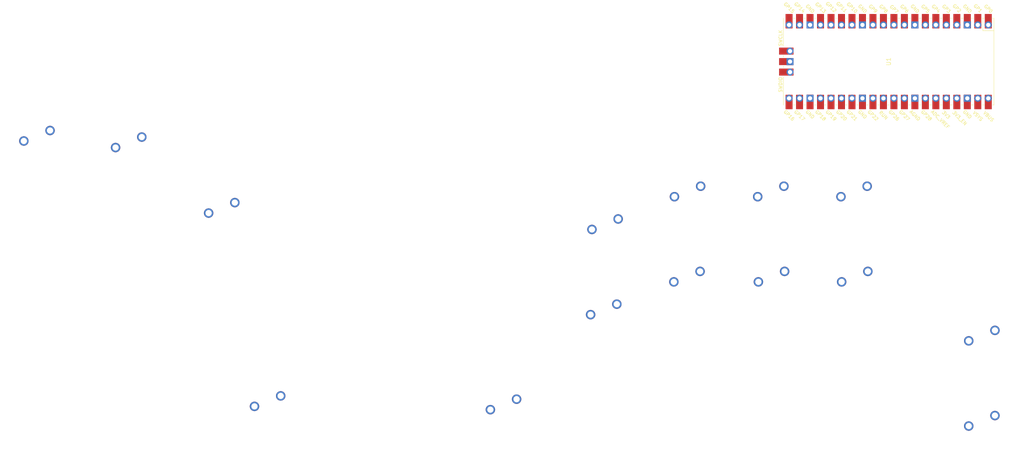
<source format=kicad_pcb>
(kicad_pcb (version 20221018) (generator pcbnew)
  (layers (0 "F.Cu" signal) (31 "B.Cu" signal) (34 "B.Paste" user) (35 "F.Paste" user) (36 "B.SilkS" user "B.Silkscreen") (37 "F.SilkS" user "F.Silkscreen") (38 "B.Mask" user) (39 "F.Mask" user) (44 "Edge.Cuts" user))
  (net 0 "")
  (net 1 "Net-(U1-GPIO0)")
  (net 2 "Net-(MX1-Pad2)")
  (net 3 "Net-(U1-GPIO1)")
  (net 4 "Net-(U1-GPIO2)")
  (net 5 "Net-(U1-GPIO3)")
  (net 6 "Net-(U1-GPIO4)")
  (net 7 "Net-(U1-GPIO5)")
  (net 8 "Net-(U1-GPIO6)")
  (net 9 "Net-(U1-GPIO7)")
  (net 10 "Net-(U1-GPIO8)")
  (net 11 "Net-(MX10-Pad2)")
  (net 12 "Net-(U1-GPIO9)")
  (net 13 "Net-(U1-GPIO10)")
  (net 14 "Net-(U1-GPIO11)")
  (net 15 "Net-(U1-GPIO12)")
  (net 16 "Net-(U1-GPIO13)")
  (net 17 "Net-(U1-GPIO14)")
  (footprint "PCM_marbastlib-mx:SW_MX_1u" (layer "F.Cu") (at 150.8125 120.65)
    (fp_text reference "MX15" hide)
    (fp_text value "MX_SW_solder" hide)
    (pad "" np_thru_hole circle (at -5.08 0) (size 1.75 1.75) (drill 1.75) (layers "*.Cu" "*.Mask"))
    (pad "" np_thru_hole circle (at 0 0) (size 3.9878 3.9878) (drill 3.9878) (layers "*.Cu" "*.Mask"))
    (pad "" np_thru_hole circle (at 5.08 0) (size 1.75 1.75) (drill 1.75) (layers "*.Cu" "*.Mask"))
    (pad "1" thru_hole circle (at -3.81 -2.54) (size 2.3 2.3) (drill 1.524) (layers "*.Cu" "B.Mask") (net 17 "Net-(U1-GPIO14)"))
    (pad "2" thru_hole circle (at 2.54 -5.08) (size 2.3 2.3) (drill 1.524) (layers "*.Cu" "B.Mask") (net 11 "Net-(MX10-Pad2)"))
  )
  (footprint "MCU_RaspberryPi_and_Boards:RPi_Pico_SMD_TH" (layer "F.Cu") (at 243.49375 33.7875 -90)
    (fp_text reference "U1" (at 0 0 90) (layer "F.SilkS"))
    (fp_text value "Pico")
    (fp_text user "GP14" (at -13.1 21.59 135) (layer "F.SilkS") (effects (font (size 0.8 0.8))))
    (fp_text user "GND" (at -12.8 -6.35 135) (layer "F.SilkS") (effects (font (size 0.8 0.8))))
    (fp_text user "GND" (at 12.8 -19.05 135) (layer "F.SilkS") (effects (font (size 0.8 0.8))))
    (fp_text user "GP9" (at -12.8 3.81 135) (layer "F.SilkS") (effects (font (size 0.8 0.8))))
    (fp_text user "SWCLK" (at -5.7 26.2 90) (layer "F.SilkS") (effects (font (size 0.8 0.8))))
    (fp_text user "GND" (at -12.8 19.05 135) (layer "F.SilkS") (effects (font (size 0.8 0.8))))
    (fp_text user "GP7" (at -12.7 -1.3 135) (layer "F.SilkS") (effects (font (size 0.8 0.8))))
    (fp_text user "GP6" (at -12.8 -3.81 135) (layer "F.SilkS") (effects (font (size 0.8 0.8))))
    (fp_text user "VBUS" (at 13.3 -24.2 135) (layer "F.SilkS") (effects (font (size 0.8 0.8))))
    (fp_text user "GP17" (at 13.054 21.59 135) (layer "F.SilkS") (effects (font (size 0.8 0.8))))
    (fp_text user "GP27" (at 13.054 -3.8 135) (layer "F.SilkS") (effects (font (size 0.8 0.8))))
    (fp_text user "GND" (at 12.8 19.05 135) (layer "F.SilkS") (effects (font (size 0.8 0.8))))
    (fp_text user "GP19" (at 13.054 13.97 135) (layer "F.SilkS") (effects (font (size 0.8 0.8))))
    (fp_text user "SWDIO" (at 5.6 26.2 90) (layer "F.SilkS") (effects (font (size 0.8 0.8))))
    (fp_text user "GP5" (at -12.8 -8.89 135) (layer "F.SilkS") (effects (font (size 0.8 0.8))))
    (fp_text user "GP4" (at -12.8 -11.43 135) (layer "F.SilkS") (effects (font (size 0.8 0.8))))
    (fp_text user "GP11" (at -13.2 11.43 135) (layer "F.SilkS") (effects (font (size 0.8 0.8))))
    (fp_text user "GP28" (at 13.054 -9.144 135) (layer "F.SilkS") (effects (font (size 0.8 0.8))))
    (fp_text user "GP20" (at 13.054 11.43 135) (layer "F.SilkS") (effects (font (size 0.8 0.8))))
    (fp_text user "GND" (at -12.8 -19.05 135) (layer "F.SilkS") (effects (font (size 0.8 0.8))))
    (fp_text user "GP13" (at -13.054 16.51 135) (layer "F.SilkS") (effects (font (size 0.8 0.8))))
    (fp_text user "3V3_EN" (at 13.7 -17.2 135) (layer "F.SilkS") (effects (font (size 0.8 0.8))))
    (fp_text user "GP12" (at -13.2 13.97 135) (layer "F.SilkS") (effects (font (size 0.8 0.8))))
    (fp_text user "GP1" (at -12.9 -21.6 135) (layer "F.SilkS") (effects (font (size 0.8 0.8))))
    (fp_text user "GND" (at 12.8 6.35 135) (layer "F.SilkS") (effects (font (size 0.8 0.8))))
    (fp_text user "GP10" (at -13.054 8.89 135) (layer "F.SilkS") (effects (font (size 0.8 0.8))))
    (fp_text user "VSYS" (at 13.2 -21.59 135) (layer "F.SilkS") (effects (font (size 0.8 0.8))))
    (fp_text user "AGND" (at 13.054 -6.35 135) (layer "F.SilkS") (effects (font (size 0.8 0.8))))
    (fp_text user "GND" (at -12.8 6.35 135) (layer "F.SilkS") (effects (font (size 0.8 0.8))))
    (fp_text user "GP0" (at -12.8 -24.13 135) (layer "F.SilkS") (effects (font (size 0.8 0.8))))
    (fp_text user "RUN" (at 13 1.27 135) (layer "F.SilkS") (effects (font (size 0.8 0.8))))
    (fp_text user "GP3" (at -12.8 -13.97 135) (layer "F.SilkS") (effects (font (size 0.8 0.8))))
    (fp_text user "GP8" (at -12.8 1.27 135) (layer "F.SilkS") (effects (font (size 0.8 0.8))))
    (fp_text user "GP22" (at 13.054 3.81 135) (layer "F.SilkS") (effects (font (size 0.8 0.8))))
    (fp_text user "GP26" (at 13.054 -1.27 135) (layer "F.SilkS") (effects (font (size 0.8 0.8))))
    (fp_text user "GP15" (at -13.054 24.13 135) (layer "F.SilkS") (effects (font (size 0.8 0.8))))
    (fp_text user "GP21" (at 13.054 8.9 135) (layer "F.SilkS") (effects (font (size 0.8 0.8))))
    (fp_text user "GP16" (at 13.054 24.13 135) (layer "F.SilkS") (effects (font (size 0.8 0.8))))
    (fp_text user "GP2" (at -12.9 -16.51 135) (layer "F.SilkS") (effects (font (size 0.8 0.8))))
    (fp_text user "ADC_VREF" (at 14 -12.5 135) (layer "F.SilkS") (effects (font (size 0.8 0.8))))
    (fp_text user "3V3" (at 12.9 -13.9 135) (layer "F.SilkS") (effects (font (size 0.8 0.8))))
    (fp_text user "GP18" (at 13.054 16.51 135) (layer "F.SilkS") (effects (font (size 0.8 0.8))))
    (fp_line (start -10.5 -25.5) (end -10.5 -25.2) (stroke (width 0.12)) (layer "F.SilkS"))
    (fp_line (start -10.5 -25.5) (end 10.5 -25.5) (stroke (width 0.12)) (layer "F.SilkS"))
    (fp_line (start -10.5 -23.1) (end -10.5 -22.7) (stroke (width 0.12)) (layer "F.SilkS"))
    (fp_line (start -10.5 -22.833) (end -7.493 -22.833) (stroke (width 0.12)) (layer "F.SilkS"))
    (fp_line (start -10.5 -20.5) (end -10.5 -20.1) (stroke (width 0.12)) (layer "F.SilkS"))
    (fp_line (start -10.5 -18) (end -10.5 -17.6) (stroke (width 0.12)) (layer "F.SilkS"))
    (fp_line (start -10.5 -15.4) (end -10.5 -15) (stroke (width 0.12)) (layer "F.SilkS"))
    (fp_line (start -10.5 -12.9) (end -10.5 -12.5) (stroke (width 0.12)) (layer "F.SilkS"))
    (fp_line (start -10.5 -10.4) (end -10.5 -10) (stroke (width 0.12)) (layer "F.SilkS"))
    (fp_line (start -10.5 -7.8) (end -10.5 -7.4) (stroke (width 0.12)) (layer "F.SilkS"))
    (fp_line (start -10.5 -5.3) (end -10.5 -4.9) (stroke (width 0.12)) (layer "F.SilkS"))
    (fp_line (start -10.5 -2.7) (end -10.5 -2.3) (stroke (width 0.12)) (layer "F.SilkS"))
    (fp_line (start -10.5 -0.2) (end -10.5 0.2) (stroke (width 0.12)) (layer "F.SilkS"))
    (fp_line (start -10.5 2.3) (end -10.5 2.7) (stroke (width 0.12)) (layer "F.SilkS"))
    (fp_line (start -10.5 4.9) (end -10.5 5.3) (stroke (width 0.12)) (layer "F.SilkS"))
    (fp_line (start -10.5 7.4) (end -10.5 7.8) (stroke (width 0.12)) (layer "F.SilkS"))
    (fp_line (start -10.5 10) (end -10.5 10.4) (stroke (width 0.12)) (layer "F.SilkS"))
    (fp_line (start -10.5 12.5) (end -10.5 12.9) (stroke (width 0.12)) (layer "F.SilkS"))
    (fp_line (start -10.5 15.1) (end -10.5 15.5) (stroke (width 0.12)) (layer "F.SilkS"))
    (fp_line (start -10.5 17.6) (end -10.5 18) (stroke (width 0.12)) (layer "F.SilkS"))
    (fp_line (start -10.5 20.1) (end -10.5 20.5) (stroke (width 0.12)) (layer "F.SilkS"))
    (fp_line (start -10.5 22.7) (end -10.5 23.1) (stroke (width 0.12)) (layer "F.SilkS"))
    (fp_line (start -7.493 -22.833) (end -7.493 -25.5) (stroke (width 0.12)) (layer "F.SilkS"))
    (fp_line (start -3.7 25.5) (end -10.5 25.5) (stroke (width 0.12)) (layer "F.SilkS"))
    (fp_line (start -1.5 25.5) (end -1.1 25.5) (stroke (width 0.12)) (layer "F.SilkS"))
    (fp_line (start 1.1 25.5) (end 1.5 25.5) (stroke (width 0.12)) (layer "F.SilkS"))
    (fp_line (start 10.5 -25.5) (end 10.5 -25.2) (stroke (width 0.12)) (layer "F.SilkS"))
    (fp_line (start 10.5 -23.1) (end 10.5 -22.7) (stroke (width 0.12)) (layer "F.SilkS"))
    (fp_line (start 10.5 -20.5) (end 10.5 -20.1) (stroke (width 0.12)) (layer "F.SilkS"))
    (fp_line (start 10.5 -18) (end 10.5 -17.6) (stroke (width 0.12)) (layer "F.SilkS"))
    (fp_line (start 10.5 -15.4) (end 10.5 -15) (stroke (width 0.12)) (layer "F.SilkS"))
    (fp_line (start 10.5 -12.9) (end 10.5 -12.5) (stroke (width 0.12)) (layer "F.SilkS"))
    (fp_line (start 10.5 -10.4) (end 10.5 -10) (stroke (width 0.12)) (layer "F.SilkS"))
    (fp_line (start 10.5 -7.8) (end 10.5 -7.4) (stroke (width 0.12)) (layer "F.SilkS"))
    (fp_line (start 10.5 -5.3) (end 10.5 -4.9) (stroke (width 0.12)) (layer "F.SilkS"))
    (fp_line (start 10.5 -2.7) (end 10.5 -2.3) (stroke (width 0.12)) (layer "F.SilkS"))
    (fp_line (start 10.5 -0.2) (end 10.5 0.2) (stroke (width 0.12)) (layer "F.SilkS"))
    (fp_line (start 10.5 2.3) (end 10.5 2.7) (stroke (width 0.12)) (layer "F.SilkS"))
    (fp_line (start 10.5 4.9) (end 10.5 5.3) (stroke (width 0.12)) (layer "F.SilkS"))
    (fp_line (start 10.5 7.4) (end 10.5 7.8) (stroke (width 0.12)) (layer "F.SilkS"))
    (fp_line (start 10.5 10) (end 10.5 10.4) (stroke (width 0.12)) (layer "F.SilkS"))
    (fp_line (start 10.5 12.5) (end 10.5 12.9) (stroke (width 0.12)) (layer "F.SilkS"))
    (fp_line (start 10.5 15.1) (end 10.5 15.5) (stroke (width 0.12)) (layer "F.SilkS"))
    (fp_line (start 10.5 17.6) (end 10.5 18) (stroke (width 0.12)) (layer "F.SilkS"))
    (fp_line (start 10.5 20.1) (end 10.5 20.5) (stroke (width 0.12)) (layer "F.SilkS"))
    (fp_line (start 10.5 22.7) (end 10.5 23.1) (stroke (width 0.12)) (layer "F.SilkS"))
    (fp_line (start 10.5 25.5) (end 3.7 25.5) (stroke (width 0.12)) (layer "F.SilkS"))
    (pad "" np_thru_hole oval (at -2.725 -24 270) (size 1.8 1.8) (drill 1.8) (layers "*.Cu" "*.Mask"))
    (pad "" np_thru_hole oval (at -2.425 -20.97 270) (size 1.5 1.5) (drill 1.5) (layers "*.Cu" "*.Mask"))
    (pad "" np_thru_hole oval (at 2.425 -20.97 270) (size 1.5 1.5) (drill 1.5) (layers "*.Cu" "*.Mask"))
    (pad "" np_thru_hole oval (at 2.725 -24 270) (size 1.8 1.8) (drill 1.8) (layers "*.Cu" "*.Mask"))
    (pad "1" thru_hole oval (at -8.89 -24.13 270) (size 1.7 1.7) (drill 1.02) (layers "*.Cu" "*.Mask") (net 1 "Net-(U1-GPIO0)"))
    (pad "1" smd rect (at -8.89 -24.13 270) (size 3.5 1.7) (drill (offset -0.9 0)) (layers "F.Cu" "F.Mask") (net 1 "Net-(U1-GPIO0)"))
    (pad "2" thru_hole oval (at -8.89 -21.59 270) (size 1.7 1.7) (drill 1.02) (layers "*.Cu" "*.Mask") (net 3 "Net-(U1-GPIO1)"))
    (pad "2" smd rect (at -8.89 -21.59 270) (size 3.5 1.7) (drill (offset -0.9 0)) (layers "F.Cu" "F.Mask") (net 3 "Net-(U1-GPIO1)"))
    (pad "3" thru_hole rect (at -8.89 -19.05 270) (size 1.7 1.7) (drill 1.02) (layers "*.Cu" "*.Mask"))
    (pad "3" smd rect (at -8.89 -19.05 270) (size 3.5 1.7) (drill (offset -0.9 0)) (layers "F.Cu" "F.Mask"))
    (pad "4" thru_hole oval (at -8.89 -16.51 270) (size 1.7 1.7) (drill 1.02) (layers "*.Cu" "*.Mask") (net 4 "Net-(U1-GPIO2)"))
    (pad "4" smd rect (at -8.89 -16.51 270) (size 3.5 1.7) (drill (offset -0.9 0)) (layers "F.Cu" "F.Mask") (net 4 "Net-(U1-GPIO2)"))
    (pad "5" thru_hole oval (at -8.89 -13.97 270) (size 1.7 1.7) (drill 1.02) (layers "*.Cu" "*.Mask") (net 5 "Net-(U1-GPIO3)"))
    (pad "5" smd rect (at -8.89 -13.97 270) (size 3.5 1.7) (drill (offset -0.9 0)) (layers "F.Cu" "F.Mask") (net 5 "Net-(U1-GPIO3)"))
    (pad "6" thru_hole oval (at -8.89 -11.43 270) (size 1.7 1.7) (drill 1.02) (layers "*.Cu" "*.Mask") (net 6 "Net-(U1-GPIO4)"))
    (pad "6" smd rect (at -8.89 -11.43 270) (size 3.5 1.7) (drill (offset -0.9 0)) (layers "F.Cu" "F.Mask") (net 6 "Net-(U1-GPIO4)"))
    (pad "7" thru_hole oval (at -8.89 -8.89 270) (size 1.7 1.7) (drill 1.02) (layers "*.Cu" "*.Mask") (net 7 "Net-(U1-GPIO5)"))
    (pad "7" smd rect (at -8.89 -8.89 270) (size 3.5 1.7) (drill (offset -0.9 0)) (layers "F.Cu" "F.Mask") (net 7 "Net-(U1-GPIO5)"))
    (pad "8" thru_hole rect (at -8.89 -6.35 270) (size 1.7 1.7) (drill 1.02) (layers "*.Cu" "*.Mask"))
    (pad "8" smd rect (at -8.89 -6.35 270) (size 3.5 1.7) (drill (offset -0.9 0)) (layers "F.Cu" "F.Mask"))
    (pad "9" thru_hole oval (at -8.89 -3.81 270) (size 1.7 1.7) (drill 1.02) (layers "*.Cu" "*.Mask") (net 8 "Net-(U1-GPIO6)"))
    (pad "9" smd rect (at -8.89 -3.81 270) (size 3.5 1.7) (drill (offset -0.9 0)) (layers "F.Cu" "F.Mask") (net 8 "Net-(U1-GPIO6)"))
    (pad "10" thru_hole oval (at -8.89 -1.27 270) (size 1.7 1.7) (drill 1.02) (layers "*.Cu" "*.Mask") (net 9 "Net-(U1-GPIO7)"))
    (pad "10" smd rect (at -8.89 -1.27 270) (size 3.5 1.7) (drill (offset -0.9 0)) (layers "F.Cu" "F.Mask") (net 9 "Net-(U1-GPIO7)"))
    (pad "11" thru_hole oval (at -8.89 1.27 270) (size 1.7 1.7) (drill 1.02) (layers "*.Cu" "*.Mask") (net 10 "Net-(U1-GPIO8)"))
    (pad "11" smd rect (at -8.89 1.27 270) (size 3.5 1.7) (drill (offset -0.9 0)) (layers "F.Cu" "F.Mask") (net 10 "Net-(U1-GPIO8)"))
    (pad "12" thru_hole oval (at -8.89 3.81 270) (size 1.7 1.7) (drill 1.02) (layers "*.Cu" "*.Mask") (net 12 "Net-(U1-GPIO9)"))
    (pad "12" smd rect (at -8.89 3.81 270) (size 3.5 1.7) (drill (offset -0.9 0)) (layers "F.Cu" "F.Mask") (net 12 "Net-(U1-GPIO9)"))
    (pad "13" thru_hole rect (at -8.89 6.35 270) (size 1.7 1.7) (drill 1.02) (layers "*.Cu" "*.Mask"))
    (pad "13" smd rect (at -8.89 6.35 270) (size 3.5 1.7) (drill (offset -0.9 0)) (layers "F.Cu" "F.Mask"))
    (pad "14" thru_hole oval (at -8.89 8.89 270) (size 1.7 1.7) (drill 1.02) (layers "*.Cu" "*.Mask") (net 13 "Net-(U1-GPIO10)"))
    (pad "14" smd rect (at -8.89 8.89 270) (size 3.5 1.7) (drill (offset -0.9 0)) (layers "F.Cu" "F.Mask") (net 13 "Net-(U1-GPIO10)"))
    (pad "15" thru_hole oval (at -8.89 11.43 270) (size 1.7 1.7) (drill 1.02) (layers "*.Cu" "*.Mask") (net 14 "Net-(U1-GPIO11)"))
    (pad "15" smd rect (at -8.89 11.43 270) (size 3.5 1.7) (drill (offset -0.9 0)) (layers "F.Cu" "F.Mask") (net 14 "Net-(U1-GPIO11)"))
    (pad "16" thru_hole oval (at -8.89 13.97 270) (size 1.7 1.7) (drill 1.02) (layers "*.Cu" "*.Mask") (net 15 "Net-(U1-GPIO12)"))
    (pad "16" smd rect (at -8.89 13.97 270) (size 3.5 1.7) (drill (offset -0.9 0)) (layers "F.Cu" "F.Mask") (net 15 "Net-(U1-GPIO12)"))
    (pad "17" thru_hole oval (at -8.89 16.51 270) (size 1.7 1.7) (drill 1.02) (layers "*.Cu" "*.Mask") (net 16 "Net-(U1-GPIO13)"))
    (pad "17" smd rect (at -8.89 16.51 270) (size 3.5 1.7) (drill (offset -0.9 0)) (layers "F.Cu" "F.Mask") (net 16 "Net-(U1-GPIO13)"))
    (pad "18" thru_hole rect (at -8.89 19.05 270) (size 1.7 1.7) (drill 1.02) (layers "*.Cu" "*.Mask"))
    (pad "18" smd rect (at -8.89 19.05 270) (size 3.5 1.7) (drill (offset -0.9 0)) (layers "F.Cu" "F.Mask"))
    (pad "19" thru_hole oval (at -8.89 21.59 270) (size 1.7 1.7) (drill 1.02) (layers "*.Cu" "*.Mask") (net 17 "Net-(U1-GPIO14)"))
    (pad "19" smd rect (at -8.89 21.59 270) (size 3.5 1.7) (drill (offset -0.9 0)) (layers "F.Cu" "F.Mask") (net 17 "Net-(U1-GPIO14)"))
    (pad "20" thru_hole oval (at -8.89 24.13 270) (size 1.7 1.7) (drill 1.02) (layers "*.Cu" "*.Mask"))
    (pad "20" smd rect (at -8.89 24.13 270) (size 3.5 1.7) (drill (offset -0.9 0)) (layers "F.Cu" "F.Mask"))
    (pad "21" thru_hole oval (at 8.89 24.13 270) (size 1.7 1.7) (drill 1.02) (layers "*.Cu" "*.Mask"))
    (pad "21" smd rect (at 8.89 24.13 270) (size 3.5 1.7) (drill (offset 0.9 0)) (layers "F.Cu" "F.Mask"))
    (pad "22" thru_hole oval (at 8.89 21.59 270) (size 1.7 1.7) (drill 1.02) (layers "*.Cu" "*.Mask"))
    (pad "22" smd rect (at 8.89 21.59 270) (size 3.5 1.7) (drill (offset 0.9 0)) (layers "F.Cu" "F.Mask"))
    (pad "23" thru_hole rect (at 8.89 19.05 270) (size 1.7 1.7) (drill 1.02) (layers "*.Cu" "*.Mask"))
    (pad "23" smd rect (at 8.89 19.05 270) (size 3.5 1.7) (drill (offset 0.9 0)) (layers "F.Cu" "F.Mask"))
    (pad "24" thru_hole oval (at 8.89 16.51 270) (size 1.7 1.7) (drill 1.02) (layers "*.Cu" "*.Mask"))
    (pad "24" smd rect (at 8.89 16.51 270) (size 3.5 1.7) (drill (offset 0.9 0)) (layers "F.Cu" "F.Mask"))
    (pad "25" thru_hole oval (at 8.89 13.97 270) (size 1.7 1.7) (drill 1.02) (layers "*.Cu" "*.Mask"))
    (pad "25" smd rect (at 8.89 13.97 270) (size 3.5 1.7) (drill (offset 0.9 0)) (layers "F.Cu" "F.Mask"))
    (pad "26" thru_hole oval (at 8.89 11.43 270) (size 1.7 1.7) (drill 1.02) (layers "*.Cu" "*.Mask"))
    (pad "26" smd rect (at 8.89 11.43 270) (size 3.5 1.7) (drill (offset 0.9 0)) (layers "F.Cu" "F.Mask"))
    (pad "27" thru_hole oval (at 8.89 8.89 270) (size 1.7 1.7) (drill 1.02) (layers "*.Cu" "*.Mask"))
    (pad "27" smd rect (at 8.89 8.89 270) (size 3.5 1.7) (drill (offset 0.9 0)) (layers "F.Cu" "F.Mask"))
    (pad "28" thru_hole rect (at 8.89 6.35 270) (size 1.7 1.7) (drill 1.02) (layers "*.Cu" "*.Mask") (net 11 "Net-(MX10-Pad2)"))
    (pad "28" smd rect (at 8.89 6.35 270) (size 3.5 1.7) (drill (offset 0.9 0)) (layers "F.Cu" "F.Mask") (net 11 "Net-(MX10-Pad2)"))
    (pad "29" thru_hole oval (at 8.89 3.81 270) (size 1.7 1.7) (drill 1.02) (layers "*.Cu" "*.Mask"))
    (pad "29" smd rect (at 8.89 3.81 270) (size 3.5 1.7) (drill (offset 0.9 0)) (layers "F.Cu" "F.Mask"))
    (pad "30" thru_hole oval (at 8.89 1.27 270) (size 1.7 1.7) (drill 1.02) (layers "*.Cu" "*.Mask"))
    (pad "30" smd rect (at 8.89 1.27 270) (size 3.5 1.7) (drill (offset 0.9 0)) (layers "F.Cu" "F.Mask"))
    (pad "31" thru_hole oval (at 8.89 -1.27 270) (size 1.7 1.7) (drill 1.02) (layers "*.Cu" "*.Mask"))
    (pad "31" smd rect (at 8.89 -1.27 270) (size 3.5 1.7) (drill (offset 0.9 0)) (layers "F.Cu" "F.Mask"))
    (pad "32" thru_hole oval (at 8.89 -3.81 270) (size 1.7 1.7) (drill 1.02) (layers "*.Cu" "*.Mask"))
    (pad "32" smd rect (at 8.89 -3.81 270) (size 3.5 1.7) (drill (offset 0.9 0)) (layers "F.Cu" "F.Mask"))
    (pad "33" thru_hole rect (at 8.89 -6.35 270) (size 1.7 1.7) (drill 1.02) (layers "*.Cu" "*.Mask"))
    (pad "33" smd rect (at 8.89 -6.35 270) (size 3.5 1.7) (drill (offset 0.9 0)) (layers "F.Cu" "F.Mask"))
    (pad "34" thru_hole oval (at 8.89 -8.89 270) (size 1.7 1.7) (drill 1.02) (layers "*.Cu" "*.Mask"))
    (pad "34" smd rect (at 8.89 -8.89 270) (size 3.5 1.7) (drill (offset 0.9 0)) (layers "F.Cu" "F.Mask"))
    (pad "35" thru_hole oval (at 8.89 -11.43 270) (size 1.7 1.7) (drill 1.02) (layers "*.Cu" "*.Mask"))
    (pad "35" smd rect (at 8.89 -11.43 270) (size 3.5 1.7) (drill (offset 0.9 0)) (layers "F.Cu" "F.Mask"))
    (pad "36" thru_hole oval (at 8.89 -13.97 270) (size 1.7 1.7) (drill 1.02) (layers "*.Cu" "*.Mask"))
    (pad "36" smd rect (at 8.89 -13.97 270) (size 3.5 1.7) (drill (offset 0.9 0)) (layers "F.Cu" "F.Mask"))
    (pad "37" thru_hole oval (at 8.89 -16.51 270) (size 1.7 1.7) (drill 1.02) (layers "*.Cu" "*.Mask"))
    (pad "37" smd rect (at 8.89 -16.51 270) (size 3.5 1.7) (drill (offset 0.9 0)) (layers "F.Cu" "F.Mask"))
    (pad "38" thru_hole rect (at 8.89 -19.05 270) (size 1.7 1.7) (drill 1.02) (layers "*.Cu" "*.Mask") (net 2 "Net-(MX1-Pad2)"))
    (pad "38" smd rect (at 8.89 -19.05 270) (size 3.5 1.7) (drill (offset 0.9 0)) (layers "F.Cu" "F.Mask") (net 2 "Net-(MX1-Pad2)"))
    (pad "39" thru_hole oval (at 8.89 -21.59 270) (size 1.7 1.7) (drill 1.02) (layers "*.Cu" "*.Mask"))
    (pad "39" smd rect (at 8.89 -21.59 270) (size 3.5 1.7) (drill (offset 0.9 0)) (layers "F.Cu" "F.Mask"))
    (pad "40" thru_hole oval (at 8.89 -24.13 270) (size 1.7 1.7) (drill 1.02) (layers "*.Cu" "*.Mask"))
    (pad "40" smd rect (at 8.89 -24.13 270) (size 3.5 1.7) (drill (offset 0.9 0)) (layers "F.Cu" "F.Mask"))
    (pad "41" thru_hole oval (at -2.54 23.9 270) (size 1.7 1.7) (drill 1.02) (layers "*.Cu" "*.Mask"))
    (pad "41" smd rect (at -2.54 23.9) (size 3.5 1.7) (drill (offset -0.9 0)) (layers "F.Cu" "F.Mask"))
    (pad "42" thru_hole rect (at 0 23.9 270) (size 1.7 1.7) (drill 1.02) (layers "*.Cu" "*.Mask"))
    (pad "42" smd rect (at 0 23.9) (size 3.5 1.7) (drill (offset -0.9 0)) (layers "F.Cu" "F.Mask"))
    (pad "43" thru_hole oval (at 2.54 23.9 270) (size 1.7 1.7) (drill 1.02) (layers "*.Cu" "*.Mask"))
    (pad "43" smd rect (at 2.54 23.9) (size 3.5 1.7) (drill (offset -0.9 0)) (layers "F.Cu" "F.Mask"))
  )
  (footprint "PCM_marbastlib-mx:SW_MX_1u" (layer "F.Cu") (at 82.55 73.025)
    (fp_text reference "MX7" hide)
    (fp_text value "MX_SW_solder" hide)
    (pad "" np_thru_hole circle (at -5.08 0) (size 1.75 1.75) (drill 1.75) (layers "*.Cu" "*.Mask"))
    (pad "" np_thru_hole circle (at 0 0) (size 3.9878 3.9878) (drill 3.9878) (layers "*.Cu" "*.Mask"))
    (pad "" np_thru_hole circle (at 5.08 0) (size 1.75 1.75) (drill 1.75) (layers "*.Cu" "*.Mask"))
    (pad "1" thru_hole circle (at -3.81 -2.54) (size 2.3 2.3) (drill 1.524) (layers "*.Cu" "B.Mask") (net 8 "Net-(U1-GPIO6)"))
    (pad "2" thru_hole circle (at 2.54 -5.08) (size 2.3 2.3) (drill 1.524) (layers "*.Cu" "B.Mask") (net 2 "Net-(MX1-Pad2)"))
  )
  (footprint "PCM_marbastlib-mx:SW_MX_1u" (layer "F.Cu") (at 215.57375 69.05625)
    (fp_text reference "MX5" hide)
    (fp_text value "MX_SW_solder" hide)
    (pad "" np_thru_hole circle (at -5.08 0) (size 1.75 1.75) (drill 1.75) (layers "*.Cu" "*.Mask"))
    (pad "" np_thru_hole circle (at 0 0) (size 3.9878 3.9878) (drill 3.9878) (layers "*.Cu" "*.Mask"))
    (pad "" np_thru_hole circle (at 5.08 0) (size 1.75 1.75) (drill 1.75) (layers "*.Cu" "*.Mask"))
    (pad "1" thru_hole circle (at -3.81 -2.54) (size 2.3 2.3) (drill 1.524) (layers "*.Cu" "B.Mask") (net 6 "Net-(U1-GPIO4)"))
    (pad "2" thru_hole circle (at 2.54 -5.08) (size 2.3 2.3) (drill 1.524) (layers "*.Cu" "B.Mask") (net 2 "Net-(MX1-Pad2)"))
  )
  (footprint "PCM_marbastlib-mx:SW_MX_1u" (layer "F.Cu") (at 175.41875 76.99375)
    (fp_text reference "MX13" hide)
    (fp_text value "MX_SW_solder" hide)
    (pad "" np_thru_hole circle (at -5.08 0) (size 1.75 1.75) (drill 1.75) (layers "*.Cu" "*.Mask"))
    (pad "" np_thru_hole circle (at 0 0) (size 3.9878 3.9878) (drill 3.9878) (layers "*.Cu" "*.Mask"))
    (pad "" np_thru_hole circle (at 5.08 0) (size 1.75 1.75) (drill 1.75) (layers "*.Cu" "*.Mask"))
    (pad "1" thru_hole circle (at -3.81 -2.54) (size 2.3 2.3) (drill 1.524) (layers "*.Cu" "B.Mask") (net 15 "Net-(U1-GPIO12)"))
    (pad "2" thru_hole circle (at 2.54 -5.08) (size 2.3 2.3) (drill 1.524) (layers "*.Cu" "B.Mask") (net 11 "Net-(MX10-Pad2)"))
  )
  (footprint "PCM_marbastlib-mx:SW_MX_1u" (layer "F.Cu") (at 195.2625 89.69375)
    (fp_text reference "MX14" hide)
    (fp_text value "MX_SW_solder" hide)
    (pad "" np_thru_hole circle (at -5.08 0) (size 1.75 1.75) (drill 1.75) (layers "*.Cu" "*.Mask"))
    (pad "" np_thru_hole circle (at 0 0) (size 3.9878 3.9878) (drill 3.9878) (layers "*.Cu" "*.Mask"))
    (pad "" np_thru_hole circle (at 5.08 0) (size 1.75 1.75) (drill 1.75) (layers "*.Cu" "*.Mask"))
    (pad "1" thru_hole circle (at -3.81 -2.54) (size 2.3 2.3) (drill 1.524) (layers "*.Cu" "B.Mask") (net 16 "Net-(U1-GPIO13)"))
    (pad "2" thru_hole circle (at 2.54 -5.08) (size 2.3 2.3) (drill 1.524) (layers "*.Cu" "B.Mask") (net 11 "Net-(MX10-Pad2)"))
  )
  (footprint "PCM_marbastlib-mx:SW_MX_1u" (layer "F.Cu") (at 37.7825 55.5625)
    (fp_text reference "MX10" hide)
    (fp_text value "MX_SW_solder" hide)
    (pad "" np_thru_hole circle (at -5.08 0) (size 1.75 1.75) (drill 1.75) (layers "*.Cu" "*.Mask"))
    (pad "" np_thru_hole circle (at 0 0) (size 3.9878 3.9878) (drill 3.9878) (layers "*.Cu" "*.Mask"))
    (pad "" np_thru_hole circle (at 5.08 0) (size 1.75 1.75) (drill 1.75) (layers "*.Cu" "*.Mask"))
    (pad "1" thru_hole circle (at -3.81 -2.54) (size 2.3 2.3) (drill 1.524) (layers "*.Cu" "B.Mask") (net 12 "Net-(U1-GPIO9)"))
    (pad "2" thru_hole circle (at 2.54 -5.08) (size 2.3 2.3) (drill 1.524) (layers "*.Cu" "B.Mask") (net 11 "Net-(MX10-Pad2)"))
  )
  (footprint "PCM_marbastlib-mx:SW_MX_1u" (layer "F.Cu") (at 175.0925 97.63125)
    (fp_text reference "MX11" hide)
    (fp_text value "MX_SW_solder" hide)
    (pad "" np_thru_hole circle (at -5.08 0) (size 1.75 1.75) (drill 1.75) (layers "*.Cu" "*.Mask"))
    (pad "" np_thru_hole circle (at 0 0) (size 3.9878 3.9878) (drill 3.9878) (layers "*.Cu" "*.Mask"))
    (pad "" np_thru_hole circle (at 5.08 0) (size 1.75 1.75) (drill 1.75) (layers "*.Cu" "*.Mask"))
    (pad "1" thru_hole circle (at -3.81 -2.54) (size 2.3 2.3) (drill 1.524) (layers "*.Cu" "B.Mask") (net 13 "Net-(U1-GPIO10)"))
    (pad "2" thru_hole circle (at 2.54 -5.08) (size 2.3 2.3) (drill 1.524) (layers "*.Cu" "B.Mask") (net 11 "Net-(MX10-Pad2)"))
  )
  (footprint "PCM_marbastlib-mx:SW_MX_1u" (layer "F.Cu") (at 235.74375 69.05625)
    (fp_text reference "MX8" hide)
    (fp_text value "MX_SW_solder" hide)
    (pad "" np_thru_hole circle (at -5.08 0) (size 1.75 1.75) (drill 1.75) (layers "*.Cu" "*.Mask"))
    (pad "" np_thru_hole circle (at 0 0) (size 3.9878 3.9878) (drill 3.9878) (layers "*.Cu" "*.Mask"))
    (pad "" np_thru_hole circle (at 5.08 0) (size 1.75 1.75) (drill 1.75) (layers "*.Cu" "*.Mask"))
    (pad "1" thru_hole circle (at -3.81 -2.54) (size 2.3 2.3) (drill 1.524) (layers "*.Cu" "B.Mask") (net 9 "Net-(U1-GPIO7)"))
    (pad "2" thru_hole circle (at 2.54 -5.08) (size 2.3 2.3) (drill 1.524) (layers "*.Cu" "B.Mask") (net 2 "Net-(MX1-Pad2)"))
  )
  (footprint "PCM_marbastlib-mx:SW_MX_1u" (layer "F.Cu") (at 215.74125 89.69375)
    (fp_text reference "MX3" hide)
    (fp_text value "MX_SW_solder" hide)
    (pad "" np_thru_hole circle (at -5.08 0) (size 1.75 1.75) (drill 1.75) (layers "*.Cu" "*.Mask"))
    (pad "" np_thru_hole circle (at 0 0) (size 3.9878 3.9878) (drill 3.9878) (layers "*.Cu" "*.Mask"))
    (pad "" np_thru_hole circle (at 5.08 0) (size 1.75 1.75) (drill 1.75) (layers "*.Cu" "*.Mask"))
    (pad "1" thru_hole circle (at -3.81 -2.54) (size 2.3 2.3) (drill 1.524) (layers "*.Cu" "B.Mask") (net 4 "Net-(U1-GPIO2)"))
    (pad "2" thru_hole circle (at 2.54 -5.08) (size 2.3 2.3) (drill 1.524) (layers "*.Cu" "B.Mask") (net 2 "Net-(MX1-Pad2)"))
  )
  (footprint "PCM_marbastlib-mx:SW_MX_1u" (layer "F.Cu") (at 60.0075 57.15)
    (fp_text reference "MX4" hide)
    (fp_text value "MX_SW_solder" hide)
    (pad "" np_thru_hole circle (at -5.08 0) (size 1.75 1.75) (drill 1.75) (layers "*.Cu" "*.Mask"))
    (pad "" np_thru_hole circle (at 0 0) (size 3.9878 3.9878) (drill 3.9878) (layers "*.Cu" "*.Mask"))
    (pad "" np_thru_hole circle (at 5.08 0) (size 1.75 1.75) (drill 1.75) (layers "*.Cu" "*.Mask"))
    (pad "1" thru_hole circle (at -3.81 -2.54) (size 2.3 2.3) (drill 1.524) (layers "*.Cu" "B.Mask") (net 5 "Net-(U1-GPIO3)"))
    (pad "2" thru_hole circle (at 2.54 -5.08) (size 2.3 2.3) (drill 1.524) (layers "*.Cu" "B.Mask") (net 2 "Net-(MX1-Pad2)"))
  )
  (footprint "PCM_marbastlib-mx:SW_MX_1u" (layer "F.Cu") (at 235.91125 89.69375)
    (fp_text reference "MX6" hide)
    (fp_text value "MX_SW_solder" hide)
    (pad "" np_thru_hole circle (at -5.08 0) (size 1.75 1.75) (drill 1.75) (layers "*.Cu" "*.Mask"))
    (pad "" np_thru_hole circle (at 0 0) (size 3.9878 3.9878) (drill 3.9878) (layers "*.Cu" "*.Mask"))
    (pad "" np_thru_hole circle (at 5.08 0) (size 1.75 1.75) (drill 1.75) (layers "*.Cu" "*.Mask"))
    (pad "1" thru_hole circle (at -3.81 -2.54) (size 2.3 2.3) (drill 1.524) (layers "*.Cu" "B.Mask") (net 7 "Net-(U1-GPIO5)"))
    (pad "2" thru_hole circle (at 2.54 -5.08) (size 2.3 2.3) (drill 1.524) (layers "*.Cu" "B.Mask") (net 2 "Net-(MX1-Pad2)"))
  )
  (footprint "PCM_marbastlib-mx:SW_MX_1u" (layer "F.Cu") (at 266.7 124.61875)
    (fp_text reference "MX12" hide)
    (fp_text value "MX_SW_solder" hide)
    (pad "" np_thru_hole circle (at -5.08 0) (size 1.75 1.75) (drill 1.75) (layers "*.Cu" "*.Mask"))
    (pad "" np_thru_hole circle (at 0 0) (size 3.9878 3.9878) (drill 3.9878) (layers "*.Cu" "*.Mask"))
    (pad "" np_thru_hole circle (at 5.08 0) (size 1.75 1.75) (drill 1.75) (layers "*.Cu" "*.Mask"))
    (pad "1" thru_hole circle (at -3.81 -2.54) (size 2.3 2.3) (drill 1.524) (layers "*.Cu" "B.Mask") (net 14 "Net-(U1-GPIO11)"))
    (pad "2" thru_hole circle (at 2.54 -5.08) (size 2.3 2.3) (drill 1.524) (layers "*.Cu" "B.Mask") (net 11 "Net-(MX10-Pad2)"))
  )
  (footprint "PCM_marbastlib-mx:SW_MX_1u" (layer "F.Cu") (at 195.40375 69.05625)
    (fp_text reference "MX2" hide)
    (fp_text value "MX_SW_solder" hide)
    (pad "" np_thru_hole circle (at -5.08 0) (size 1.75 1.75) (drill 1.75) (layers "*.Cu" "*.Mask"))
    (pad "" np_thru_hole circle (at 0 0) (size 3.9878 3.9878) (drill 3.9878) (layers "*.Cu" "*.Mask"))
    (pad "" np_thru_hole circle (at 5.08 0) (size 1.75 1.75) (drill 1.75) (layers "*.Cu" "*.Mask"))
    (pad "1" thru_hole circle (at -3.81 -2.54) (size 2.3 2.3) (drill 1.524) (layers "*.Cu" "B.Mask") (net 3 "Net-(U1-GPIO1)"))
    (pad "2" thru_hole circle (at 2.54 -5.08) (size 2.3 2.3) (drill 1.524) (layers "*.Cu" "B.Mask") (net 2 "Net-(MX1-Pad2)"))
  )
  (footprint "PCM_marbastlib-mx:SW_MX_1u" (layer "F.Cu") (at 93.6625 119.85625)
    (fp_text reference "MX1" hide)
    (fp_text value "MX_SW_solder" hide)
    (pad "" np_thru_hole circle (at -5.08 0) (size 1.75 1.75) (drill 1.75) (layers "*.Cu" "*.Mask"))
    (pad "" np_thru_hole circle (at 0 0) (size 3.9878 3.9878) (drill 3.9878) (layers "*.Cu" "*.Mask"))
    (pad "" np_thru_hole circle (at 5.08 0) (size 1.75 1.75) (drill 1.75) (layers "*.Cu" "*.Mask"))
    (pad "1" thru_hole circle (at -3.81 -2.54) (size 2.3 2.3) (drill 1.524) (layers "*.Cu" "B.Mask") (net 1 "Net-(U1-GPIO0)"))
    (pad "2" thru_hole circle (at 2.54 -5.08) (size 2.3 2.3) (drill 1.524) (layers "*.Cu" "B.Mask") (net 2 "Net-(MX1-Pad2)"))
  )
  (footprint "PCM_marbastlib-mx:SW_MX_1u" (layer "F.Cu") (at 266.7 103.98125)
    (fp_text reference "MX9" hide)
    (fp_text value "MX_SW_solder" hide)
    (pad "" np_thru_hole circle (at -5.08 0) (size 1.75 1.75) (drill 1.75) (layers "*.Cu" "*.Mask"))
    (pad "" np_thru_hole circle (at 0 0) (size 3.9878 3.9878) (drill 3.9878) (layers "*.Cu" "*.Mask"))
    (pad "" np_thru_hole circle (at 5.08 0) (size 1.75 1.75) (drill 1.75) (layers "*.Cu" "*.Mask"))
    (pad "1" thru_hole circle (at -3.81 -2.54) (size 2.3 2.3) (drill 1.524) (layers "*.Cu" "B.Mask") (net 10 "Net-(U1-GPIO8)"))
    (pad "2" thru_hole circle (at 2.54 -5.08) (size 2.3 2.3) (drill 1.524) (layers "*.Cu" "B.Mask") (net 11 "Net-(MX10-Pad2)"))
  )
)
</source>
